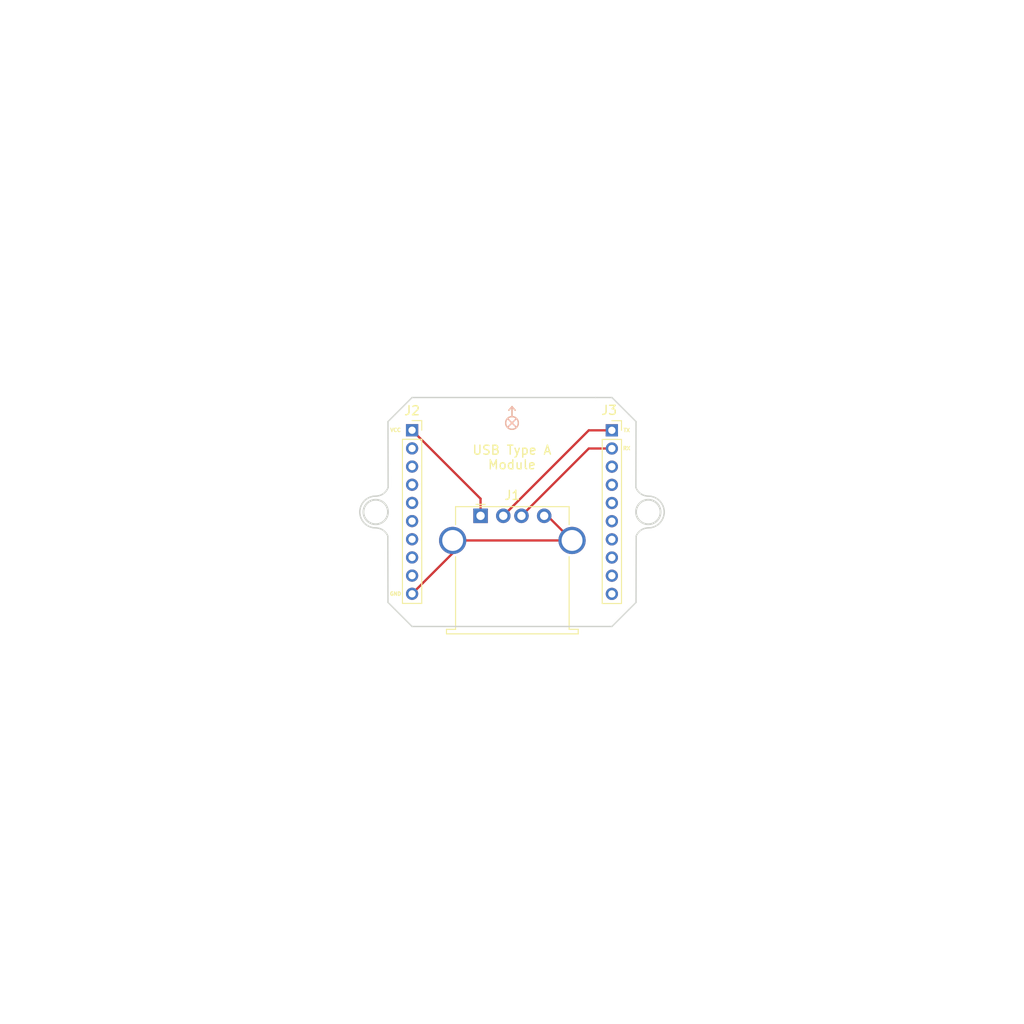
<source format=kicad_pcb>
(kicad_pcb (version 20221018) (generator pcbnew)
  (title_block (title "USB Interface for Bitcraze Crazyflie 2.0") (date "2023-09-22") (company "Jose Ignacio Granados Marín") (comment 1 "Desarrollo de un vehículo aéreo no tripulado modular de bajo costo") (comment 2 "Trabajo Final de Graduación") (comment 3 "Área Académica de Ingeniería en Computadores") (comment 4 "Instituto Tecnológico de Costa Rica"))
  (layers (0 "F.Cu" signal) (31 "B.Cu" signal) (34 "B.Paste" user) (35 "F.Paste" user) (36 "B.SilkS" user "B.Silkscreen") (37 "F.SilkS" user "F.Silkscreen") (38 "B.Mask" user) (39 "F.Mask" user) (44 "Edge.Cuts" user))
  (net 0 "")
  (net 1 "Net-(J1-VBUS)")
  (net 2 "Net-(J1-D-)")
  (net 3 "Net-(J1-D+)")
  (net 4 "Net-(J1-GND)")
  (footprint "Connector_USB:USB_A_Stewart_SS-52100-001_Horizontal" (layer "F.Cu") (at 140.87 97.11)
    (fp_text reference "J1" (at 3.5 -2.26) (layer "F.SilkS"))
    (fp_text value "USB_A" hide)
    (fp_line (start -3.75 12.49) (end -3.75 12.99) (stroke (width 0.12)) (layer "F.SilkS"))
    (fp_line (start -3.75 12.99) (end 10.75 12.99) (stroke (width 0.12)) (layer "F.SilkS"))
    (fp_line (start -2.75 -1.01) (end -2.75 0.99) (stroke (width 0.12)) (layer "F.SilkS"))
    (fp_line (start -2.75 4.49) (end -2.75 12.49) (stroke (width 0.12)) (layer "F.SilkS"))
    (fp_line (start -2.75 12.49) (end -3.75 12.49) (stroke (width 0.12)) (layer "F.SilkS"))
    (fp_line (start -0.5 -1.26) (end 0.5 -1.26) (stroke (width 0.12)) (layer "F.SilkS"))
    (fp_line (start 9.75 -1.01) (end -2.75 -1.01) (stroke (width 0.12)) (layer "F.SilkS"))
    (fp_line (start 9.75 0.99) (end 9.75 -1.01) (stroke (width 0.12)) (layer "F.SilkS"))
    (fp_line (start 9.75 12.49) (end 9.75 4.49) (stroke (width 0.12)) (layer "F.SilkS"))
    (fp_line (start 10.75 12.49) (end 9.75 12.49) (stroke (width 0.12)) (layer "F.SilkS"))
    (fp_line (start 10.75 12.99) (end 10.75 12.49) (stroke (width 0.12)) (layer "F.SilkS"))
    (pad "1" thru_hole rect (at 0 0) (size 1.6 1.6) (drill 0.92) (layers "*.Cu" "*.Mask") (net 1 "Net-(J1-VBUS)"))
    (pad "2" thru_hole circle (at 2.5 0) (size 1.6 1.6) (drill 0.92) (layers "*.Cu" "*.Mask") (net 2 "Net-(J1-D-)"))
    (pad "3" thru_hole circle (at 4.5 0) (size 1.6 1.6) (drill 0.92) (layers "*.Cu" "*.Mask") (net 3 "Net-(J1-D+)"))
    (pad "4" thru_hole circle (at 7 0) (size 1.6 1.6) (drill 0.92) (layers "*.Cu" "*.Mask") (net 4 "Net-(J1-GND)"))
    (pad "5" thru_hole circle (at -3.07 2.71) (size 3 3) (drill 2.3) (layers "*.Cu" "*.Mask") (net 4 "Net-(J1-GND)"))
    (pad "5" thru_hole circle (at 10.07 2.71) (size 3 3) (drill 2.3) (layers "*.Cu" "*.Mask") (net 4 "Net-(J1-GND)"))
  )
  (footprint "Connector_PinSocket_2.00mm:PinSocket_1x10_P2.00mm_Vertical" (layer "F.Cu") (at 133.3336 87.6902)
    (fp_text reference "J2" (at -0.0036 -2.1602) (layer "F.SilkS"))
    (fp_text value "Conn_01x10_Socket" hide)
    (fp_line (start -1.06 1) (end -1.06 19.06) (stroke (width 0.12)) (layer "F.SilkS"))
    (fp_line (start -1.06 1) (end 1.06 1) (stroke (width 0.12)) (layer "F.SilkS"))
    (fp_line (start -1.06 19.06) (end 1.06 19.06) (stroke (width 0.12)) (layer "F.SilkS"))
    (fp_line (start 0 -1.06) (end 1.06 -1.06) (stroke (width 0.12)) (layer "F.SilkS"))
    (fp_line (start 1.06 -1.06) (end 1.06 0) (stroke (width 0.12)) (layer "F.SilkS"))
    (fp_line (start 1.06 1) (end 1.06 19.06) (stroke (width 0.12)) (layer "F.SilkS"))
    (pad "1" thru_hole rect (at 0 0) (size 1.35 1.35) (drill 0.8) (layers "*.Cu" "*.Mask") (net 1 "Net-(J1-VBUS)"))
    (pad "2" thru_hole oval (at 0 2) (size 1.35 1.35) (drill 0.8) (layers "*.Cu" "*.Mask"))
    (pad "3" thru_hole oval (at 0 4) (size 1.35 1.35) (drill 0.8) (layers "*.Cu" "*.Mask"))
    (pad "4" thru_hole oval (at 0 6) (size 1.35 1.35) (drill 0.8) (layers "*.Cu" "*.Mask"))
    (pad "5" thru_hole oval (at 0 8) (size 1.35 1.35) (drill 0.8) (layers "*.Cu" "*.Mask"))
    (pad "6" thru_hole oval (at 0 10) (size 1.35 1.35) (drill 0.8) (layers "*.Cu" "*.Mask"))
    (pad "7" thru_hole oval (at 0 12) (size 1.35 1.35) (drill 0.8) (layers "*.Cu" "*.Mask"))
    (pad "8" thru_hole oval (at 0 14) (size 1.35 1.35) (drill 0.8) (layers "*.Cu" "*.Mask"))
    (pad "9" thru_hole oval (at 0 16) (size 1.35 1.35) (drill 0.8) (layers "*.Cu" "*.Mask"))
    (pad "10" thru_hole oval (at 0 18) (size 1.35 1.35) (drill 0.8) (layers "*.Cu" "*.Mask") (net 4 "Net-(J1-GND)"))
  )
  (footprint "bitcraze:EXP_ORIENTATION" (layer "F.Cu") (at 144.3298 86.8892 90)
    (fp_text reference "EXP_ORIENTATION" hide)
    (fp_text value "VAL**" hide)
    (fp_line (start 0 0) (end -0.475 -0.475) (stroke (width 0.15)) (layer "B.SilkS"))
    (fp_line (start 0 0) (end -0.475 0.475) (stroke (width 0.15)) (layer "B.SilkS"))
    (fp_line (start 0 0) (end 0.475 -0.475) (stroke (width 0.15)) (layer "B.SilkS"))
    (fp_line (start 0 0) (end 0.475 0.475) (stroke (width 0.15)) (layer "B.SilkS"))
    (fp_line (start 0.7 0) (end 1.8 0) (stroke (width 0.15)) (layer "B.SilkS"))
    (fp_line (start 1.8 0) (end 1.4 -0.35) (stroke (width 0.15)) (layer "B.SilkS"))
    (fp_line (start 1.8 0) (end 1.4 0.35) (stroke (width 0.15)) (layer "B.SilkS"))
    (fp_circle (center 0 0) (end 0.7 0.025) (stroke (width 0.15)) (fill none) (layer "B.SilkS"))
    (fp_line (start 0.7 0) (end 1.8 0) (stroke (width 0.15)) (layer "F.SilkS"))
    (fp_line (start 1.8 0) (end 1.4 -0.35) (stroke (width 0.15)) (layer "F.SilkS"))
    (fp_line (start 1.8 0) (end 1.4 0.35) (stroke (width 0.15)) (layer "F.SilkS"))
    (fp_circle (center 0 0) (end 0.075 0.025) (stroke (width 0.15)) (fill none) (layer "F.SilkS"))
    (fp_circle (center 0 0) (end 0.7 0.025) (stroke (width 0.15)) (fill none) (layer "F.SilkS"))
  )
  (footprint "Connector_PinSocket_2.00mm:PinSocket_1x10_P2.00mm_Vertical" (layer "F.Cu") (at 155.321 87.7006)
    (fp_text reference "J3" (at -0.301 -2.2106) (layer "F.SilkS"))
    (fp_text value "Conn_01x10_Socket" hide)
    (fp_line (start -1.06 1) (end -1.06 19.06) (stroke (width 0.12)) (layer "F.SilkS"))
    (fp_line (start -1.06 1) (end 1.06 1) (stroke (width 0.12)) (layer "F.SilkS"))
    (fp_line (start -1.06 19.06) (end 1.06 19.06) (stroke (width 0.12)) (layer "F.SilkS"))
    (fp_line (start 0 -1.06) (end 1.06 -1.06) (stroke (width 0.12)) (layer "F.SilkS"))
    (fp_line (start 1.06 -1.06) (end 1.06 0) (stroke (width 0.12)) (layer "F.SilkS"))
    (fp_line (start 1.06 1) (end 1.06 19.06) (stroke (width 0.12)) (layer "F.SilkS"))
    (pad "1" thru_hole rect (at 0 0) (size 1.35 1.35) (drill 0.8) (layers "*.Cu" "*.Mask") (net 2 "Net-(J1-D-)"))
    (pad "2" thru_hole oval (at 0 2) (size 1.35 1.35) (drill 0.8) (layers "*.Cu" "*.Mask") (net 3 "Net-(J1-D+)"))
    (pad "3" thru_hole oval (at 0 4) (size 1.35 1.35) (drill 0.8) (layers "*.Cu" "*.Mask"))
    (pad "4" thru_hole oval (at 0 6) (size 1.35 1.35) (drill 0.8) (layers "*.Cu" "*.Mask"))
    (pad "5" thru_hole oval (at 0 8) (size 1.35 1.35) (drill 0.8) (layers "*.Cu" "*.Mask"))
    (pad "6" thru_hole oval (at 0 10) (size 1.35 1.35) (drill 0.8) (layers "*.Cu" "*.Mask"))
    (pad "7" thru_hole oval (at 0 12) (size 1.35 1.35) (drill 0.8) (layers "*.Cu" "*.Mask"))
    (pad "8" thru_hole oval (at 0 14) (size 1.35 1.35) (drill 0.8) (layers "*.Cu" "*.Mask"))
    (pad "9" thru_hole oval (at 0 16) (size 1.35 1.35) (drill 0.8) (layers "*.Cu" "*.Mask"))
    (pad "10" thru_hole oval (at 0 18) (size 1.35 1.35) (drill 0.8) (layers "*.Cu" "*.Mask"))
  )
  (gr_line (start 160.827642 97.59417) (end 160.773513 97.678237) (stroke (width 0.15)) (layer "Edge.Cuts"))
  (gr_line (start 127.580483 96.640312) (end 127.580546 96.740299) (stroke (width 0.15)) (layer "Edge.Cuts"))
  (gr_line (start 127.698731 96.055073) (end 127.665178 96.149262) (stroke (width 0.15)) (layer "Edge.Cuts"))
  (gr_line (start 130.612774 94.169924) (end 130.56267 94.256444) (stroke (width 0.15)) (layer "Edge.Cuts"))
  (gr_line (start 160.274399 98.162372) (end 160.188722 98.213915) (stroke (width 0.15)) (layer "Edge.Cuts"))
  (gr_line (start 130.519253 99.065638) (end 130.573168 99.149836) (stroke (width 0.15)) (layer "Edge.Cuts"))
  (gr_line (start 128.55936 98.260481) (end 128.650356 98.301917) (stroke (width 0.15)) (layer "Edge.Cuts"))
  (gr_line (start 127.614903 97.037955) (end 127.63762 97.135327) (stroke (width 0.15)) (layer "Edge.Cuts"))
  (gr_line (start 128.223367 98.045042) (end 128.302608 98.106019) (stroke (width 0.15)) (layer "Edge.Cuts"))
  (gr_line (start 158.429161 94.626809) (end 158.509749 94.685983) (stroke (width 0.15)) (layer "Edge.Cuts"))
  (gr_line (start 160.993739 97.231242) (end 160.960066 97.325388) (stroke (width 0.15)) (layer "Edge.Cuts"))
  (gr_line (start 131.4298 107.3892) (end 133.3298 109.2892) (stroke (width 0.15)) (layer "Edge.Cuts"))
  (gr_line (start 159.158974 94.929133) (end 159.258607 94.937456) (stroke (width 0.15)) (layer "Edge.Cuts"))
  (gr_line (start 159.823025 95.010144) (end 159.918114 95.041053) (stroke (width 0.15)) (layer "Edge.Cuts"))
  (gr_line (start 160.188722 98.213915) (end 160.10024 98.260481) (stroke (width 0.15)) (layer "Edge.Cuts"))
  (gr_line (start 130.306772 94.562238) (end 130.230439 94.626809) (stroke (width 0.15)) (layer "Edge.Cuts"))
  (gr_line (start 160.583631 97.910023) (end 160.511861 97.979639) (stroke (width 0.15)) (layer "Edge.Cuts"))
  (gr_line (start 161.044697 97.037955) (end 161.02198 97.135327) (stroke (width 0.15)) (layer "Edge.Cuts"))
  (gr_line (start 128.300818 95.27368) (end 128.221654 95.334757) (stroke (width 0.15)) (layer "Edge.Cuts"))
  (gr_line (start 129.229854 94.942056) (end 129.130235 94.950616) (stroke (width 0.15)) (layer "Edge.Cuts"))
  (gr_circle (center 159.3298 96.6892) (end 160.6798 96.6892) (stroke (width 0.2)) (fill none) (layer "Edge.Cuts"))
  (gr_line (start 160.513491 95.400256) (end 160.585173 95.469963) (stroke (width 0.15)) (layer "Edge.Cuts"))
  (gr_line (start 160.009244 98.301917) (end 159.91603 98.338089) (stroke (width 0.15)) (layer "Edge.Cuts"))
  (gr_line (start 158.594212 94.739481) (end 158.682151 94.787051) (stroke (width 0.15)) (layer "Edge.Cuts"))
  (gr_line (start 129.400993 94.937456) (end 129.3298 94.9392) (stroke (width 0.15)) (layer "Edge.Cuts"))
  (gr_line (start 160.356992 98.106019) (end 160.274399 98.162372) (stroke (width 0.15)) (layer "Edge.Cuts"))
  (gr_line (start 128.38334 95.217223) (end 128.300818 95.27368) (stroke (width 0.15)) (layer "Edge.Cuts"))
  (gr_line (start 158.046826 94.169924) (end 158.09693 94.256444) (stroke (width 0.15)) (layer "Edge.Cuts"))
  (gr_line (start 130.6798 106.6392) (end 131.4298 107.3892) (stroke (width 0.15)) (layer "Edge.Cuts"))
  (gr_line (start 130.230439 94.626809) (end 130.149851 94.685983) (stroke (width 0.15)) (layer "Edge.Cuts"))
  (gr_line (start 127.886087 97.678237) (end 127.944929 97.759076) (stroke (width 0.15)) (layer "Edge.Cuts"))
  (gr_line (start 130.149851 94.685983) (end 130.065388 94.739481) (stroke (width 0.15)) (layer "Edge.Cuts"))
  (gr_line (start 129.500626 94.929133) (end 129.400993 94.937456) (stroke (width 0.15)) (layer "Edge.Cuts"))
  (gr_line (start 159.724172 98.394185) (end 159.626153 98.413925) (stroke (width 0.15)) (layer "Edge.Cuts"))
  (gr_line (start 129.625456 98.470492) (end 129.722508 98.494512) (stroke (width 0.15)) (layer "Edge.Cuts"))
  (gr_line (start 127.73761 95.962955) (end 127.698731 96.055073) (stroke (width 0.15)) (layer "Edge.Cuts"))
  (gr_line (start 129.977449 94.787051) (end 129.88645 94.828466) (stroke (width 0.15)) (layer "Edge.Cuts"))
  (gr_line (start 130.087389 98.655289) (end 130.170609 98.710702) (stroke (width 0.15)) (layer "Edge.Cuts"))
  (gr_line (start 130.662979 99.328359) (end 130.6798 106.6392) (stroke (width 0.15)) (layer "Edge.Cuts"))
  (gr_line (start 127.781686 95.873208) (end 127.73761 95.962955) (stroke (width 0.15)) (layer "Edge.Cuts"))
  (gr_line (start 130.44525 94.418151) (end 130.378488 94.492576) (stroke (width 0.15)) (layer "Edge.Cuts"))
  (gr_line (start 159.429746 94.942056) (end 159.529365 94.950616) (stroke (width 0.15)) (layer "Edge.Cuts"))
  (gr_line (start 158.140347 99.065638) (end 158.086432 99.149836) (stroke (width 0.15)) (layer "Edge.Cuts"))
  (gr_line (start 160.92199 95.962955) (end 160.960869 96.055073) (stroke (width 0.15)) (layer "Edge.Cuts"))
  (gr_line (start 128.221654 95.334757) (end 128.146109 95.400256) (stroke (width 0.15)) (layer "Edge.Cuts"))
  (gr_line (start 159.232054 98.44277) (end 159.132621 98.453217) (stroke (width 0.15)) (layer "Edge.Cuts"))
  (gr_line (start 128.933274 94.984715) (end 128.836575 95.010144) (stroke (width 0.15)) (layer "Edge.Cuts"))
  (gr_line (start 161.07347 96.540485) (end 161.079117 96.640312) (stroke (width 0.15)) (layer "Edge.Cuts"))
  (gr_line (start 130.378488 94.492576) (end 130.306772 94.562238) (stroke (width 0.15)) (layer "Edge.Cuts"))
  (gr_line (start 160.10024 98.260481) (end 160.009244 98.301917) (stroke (width 0.15)) (layer "Edge.Cuts"))
  (gr_line (start 129.031267 94.964851) (end 128.933274 94.984715) (stroke (width 0.15)) (layer "Edge.Cuts"))
  (gr_line (start 129.722508 98.494512) (end 129.817674 98.525163) (stroke (width 0.15)) (layer "Edge.Cuts"))
  (gr_line (start 158.334978 98.838046) (end 158.264916 98.909372) (stroke (width 0.15)) (layer "Edge.Cuts"))
  (gr_line (start 159.33197 98.439199) (end 159.33197 98.439199) (stroke (width 0.15)) (layer "Edge.Cuts"))
  (gr_line (start 127.580546 96.740299) (end 127.586319 96.840118) (stroke (width 0.15)) (layer "Edge.Cuts"))
  (gr_line (start 128.470878 98.213915) (end 128.55936 98.260481) (stroke (width 0.15)) (layer "Edge.Cuts"))
  (gr_line (start 159.529365 94.950616) (end 159.628333 94.964851) (stroke (width 0.15)) (layer "Edge.Cuts"))
  (gr_line (start 129.599452 94.913985) (end 129.500626 94.929133) (stroke (width 0.15)) (layer "Edge.Cuts"))
  (gr_line (start 130.506741 94.339317) (end 130.44525 94.418151) (stroke (width 0.15)) (layer "Edge.Cuts"))
  (gr_line (start 160.716022 95.621076) (end 160.774762 95.701989) (stroke (width 0.15)) (layer "Edge.Cuts"))
  (gr_circle (center 129.3298 96.6892) (end 130.6798 96.6892) (stroke (width 0.2)) (fill none) (layer "Edge.Cuts"))
  (gr_line (start 160.102226 95.118894) (end 160.190648 95.165572) (stroke (width 0.15)) (layer "Edge.Cuts"))
  (gr_line (start 158.21435 94.418151) (end 158.281112 94.492576) (stroke (width 0.15)) (layer "Edge.Cuts"))
  (gr_line (start 128.008292 97.836422) (end 128.075969 97.910023) (stroke (width 0.15)) (layer "Edge.Cuts"))
  (gr_line (start 157.2298 107.3892) (end 155.3298 109.2892) (stroke (width 0.15)) (layer "Edge.Cuts"))
  (gr_line (start 130.459663 98.985357) (end 130.519253 99.065638) (stroke (width 0.15)) (layer "Edge.Cuts"))
  (gr_line (start 158.682151 94.787051) (end 158.77315 94.828466) (stroke (width 0.15)) (layer "Edge.Cuts"))
  (gr_line (start 128.838698 98.368878) (end 128.935428 98.394185) (stroke (width 0.15)) (layer "Edge.Cuts"))
  (gr_line (start 158.509749 94.685983) (end 158.594212 94.739481) (stroke (width 0.15)) (layer "Edge.Cuts"))
  (gr_line (start 160.652757 95.543649) (end 160.716022 95.621076) (stroke (width 0.15)) (layer "Edge.Cuts"))
  (gr_line (start 127.665861 97.231242) (end 127.699534 97.325388) (stroke (width 0.15)) (layer "Edge.Cuts"))
  (gr_line (start 128.147739 97.979639) (end 128.223367 98.045042) (stroke (width 0.15)) (layer "Edge.Cuts"))
  (gr_line (start 158.77315 94.828466) (end 158.866779 94.863533) (stroke (width 0.15)) (layer "Edge.Cuts"))
  (gr_line (start 160.877914 95.873208) (end 160.92199 95.962955) (stroke (width 0.15)) (layer "Edge.Cuts"))
  (gr_line (start 127.831958 97.59417) (end 127.886087 97.678237) (stroke (width 0.15)) (layer "Edge.Cuts"))
  (gr_line (start 158.199937 98.985357) (end 158.140347 99.065638) (stroke (width 0.15)) (layer "Edge.Cuts"))
  (gr_line (start 158.038447 99.237548) (end 157.996621 99.328359) (stroke (width 0.15)) (layer "Edge.Cuts"))
  (gr_line (start 130.065388 94.739481) (end 129.977449 94.787051) (stroke (width 0.15)) (layer "Edge.Cuts"))
  (gr_line (start 159.258607 94.937456) (end 159.3298 94.9392) (stroke (width 0.15)) (layer "Edge.Cuts"))
  (gr_line (start 158.152859 94.339317) (end 158.21435 94.418151) (stroke (width 0.15)) (layer "Edge.Cuts"))
  (gr_line (start 159.820902 98.368878) (end 159.724172 98.394185) (stroke (width 0.15)) (layer "Edge.Cuts"))
  (gr_line (start 159.132621 98.453217) (end 159.034144 98.470492) (stroke (width 0.15)) (layer "Edge.Cuts"))
  (gr_line (start 127.830815 95.786124) (end 127.781686 95.873208) (stroke (width 0.15)) (layer "Edge.Cuts"))
  (gr_line (start 128.385201 98.162372) (end 128.470878 98.213915) (stroke (width 0.15)) (layer "Edge.Cuts"))
  (gr_line (start 130.621153 99.237548) (end 130.662979 99.328359) (stroke (width 0.15)) (layer "Edge.Cuts"))
  (gr_line (start 128.557374 95.118894) (end 128.468952 95.165572) (stroke (width 0.15)) (layer "Edge.Cuts"))
  (gr_line (start 160.651308 97.836422) (end 160.583631 97.910023) (stroke (width 0.15)) (layer "Edge.Cuts"))
  (gr_line (start 130.394684 98.909372) (end 130.459663 98.985357) (stroke (width 0.15)) (layer "Edge.Cuts"))
  (gr_line (start 158.962596 94.892084) (end 159.060148 94.913985) (stroke (width 0.15)) (layer "Edge.Cuts"))
  (gr_line (start 159.726326 94.984715) (end 159.823025 95.010144) (stroke (width 0.15)) (layer "Edge.Cuts"))
  (gr_line (start 160.773513 97.678237) (end 160.714671 97.759076) (stroke (width 0.15)) (layer "Edge.Cuts"))
  (gr_line (start 128.006843 95.543649) (end 127.943578 95.621076) (stroke (width 0.15)) (layer "Edge.Cuts"))
  (gr_line (start 157.965011 93.987596) (end 158.002783 94.080167) (stroke (width 0.15)) (layer "Edge.Cuts"))
  (gr_line (start 155.3298 84.0892) (end 153.5298 84.0892) (stroke (width 0.15)) (layer "Edge.Cuts"))
  (gr_line (start 157.9798 106.6392) (end 157.2298 107.3892) (stroke (width 0.15)) (layer "Edge.Cuts"))
  (gr_line (start 129.033447 98.413925) (end 129.132433 98.428035) (stroke (width 0.15)) (layer "Edge.Cuts"))
  (gr_line (start 130.573168 99.149836) (end 130.621153 99.237548) (stroke (width 0.15)) (layer "Edge.Cuts"))
  (gr_line (start 127.665178 96.149262) (end 127.637058 96.245212) (stroke (width 0.15)) (layer "Edge.Cuts"))
  (gr_line (start 159.527167 98.428035) (end 159.427537 98.436469) (stroke (width 0.15)) (layer "Edge.Cuts"))
  (gr_line (start 160.828785 95.786124) (end 160.877914 95.873208) (stroke (width 0.15)) (layer "Edge.Cuts"))
  (gr_line (start 130.694589 93.987596) (end 130.656817 94.080167) (stroke (width 0.15)) (layer "Edge.Cuts"))
  (gr_line (start 130.656817 94.080167) (end 130.612774 94.169924) (stroke (width 0.15)) (layer "Edge.Cuts"))
  (gr_line (start 160.511861 97.979639) (end 160.436233 98.045042) (stroke (width 0.15)) (layer "Edge.Cuts"))
  (gr_line (start 130.324622 98.838046) (end 130.394684 98.909372) (stroke (width 0.15)) (layer "Edge.Cuts"))
  (gr_line (start 130.56267 94.256444) (end 130.506741 94.339317) (stroke (width 0.15)) (layer "Edge.Cuts"))
  (gr_line (start 127.597784 96.939445) (end 127.614903 97.037955) (stroke (width 0.15)) (layer "Edge.Cuts"))
  (gr_line (start 161.062131 96.441144) (end 161.07347 96.540485) (stroke (width 0.15)) (layer "Edge.Cuts"))
  (gr_line (start 127.943578 95.621076) (end 127.884838 95.701989) (stroke (width 0.15)) (layer "Edge.Cuts"))
  (gr_line (start 158.09693 94.256444) (end 158.152859 94.339317) (stroke (width 0.15)) (layer "Edge.Cuts"))
  (gr_line (start 129.130235 94.950616) (end 129.031267 94.964851) (stroke (width 0.15)) (layer "Edge.Cuts"))
  (gr_line (start 129.88645 94.828466) (end 129.792821 94.863533) (stroke (width 0.15)) (layer "Edge.Cuts"))
  (gr_line (start 129.817674 98.525163) (end 129.910501 98.562298) (stroke (width 0.15)) (layer "Edge.Cuts"))
  (gr_line (start 161.02198 97.135327) (end 160.993739 97.231242) (stroke (width 0.15)) (layer "Edge.Cuts"))
  (gr_line (start 160.960066 97.325388) (end 160.921071 97.417456) (stroke (width 0.15)) (layer "Edge.Cuts"))
  (gr_line (start 128.302608 98.106019) (end 128.385201 98.162372) (stroke (width 0.15)) (layer "Edge.Cuts"))
  (gr_line (start 161.022542 96.245212) (end 161.045136 96.342613) (stroke (width 0.15)) (layer "Edge.Cuts"))
  (gr_line (start 127.614464 96.342613) (end 127.597469 96.441144) (stroke (width 0.15)) (layer "Edge.Cuts"))
  (gr_line (start 158.749099 98.562298) (end 158.659051 98.605743) (stroke (width 0.15)) (layer "Edge.Cuts"))
  (gr_line (start 158.937092 98.494512) (end 158.841926 98.525163) (stroke (width 0.15)) (layer "Edge.Cuts"))
  (gr_line (start 158.572211 98.655289) (end 158.488991 98.710702) (stroke (width 0.15)) (layer "Edge.Cuts"))
  (gr_line (start 128.836575 95.010144) (end 128.741486 95.041053) (stroke (width 0.15)) (layer "Edge.Cuts"))
  (gr_line (start 161.073281 96.840118) (end 161.061816 96.939445) (stroke (width 0.15)) (layer "Edge.Cuts"))
  (gr_line (start 127.738529 97.417456) (end 127.782718 97.507148) (stroke (width 0.15)) (layer "Edge.Cuts"))
  (gr_line (start 129.526979 98.453217) (end 129.625456 98.470492) (stroke (width 0.15)) (layer "Edge.Cuts"))
  (gr_line (start 127.597469 96.441144) (end 127.58613 96.540485) (stroke (width 0.15)) (layer "Edge.Cuts"))
  (gr_line (start 130.694589 93.987596) (end 130.6798 86.7392) (stroke (width 0.15)) (layer "Edge.Cuts"))
  (gr_line (start 161.061816 96.939445) (end 161.044697 97.037955) (stroke (width 0.15)) (layer "Edge.Cuts"))
  (gr_line (start 159.626153 98.413925) (end 159.527167 98.428035) (stroke (width 0.15)) (layer "Edge.Cuts"))
  (gr_line (start 158.002783 94.080167) (end 158.046826 94.169924) (stroke (width 0.15)) (layer "Edge.Cuts"))
  (gr_line (start 157.996621 99.328359) (end 157.9798 106.6392) (stroke (width 0.15)) (layer "Edge.Cuts"))
  (gr_line (start 133.3298 84.0892) (end 153.5298 84.0892) (stroke (width 0.15)) (layer "Edge.Cuts"))
  (gr_line (start 127.944929 97.759076) (end 128.008292 97.836422) (stroke (width 0.15)) (layer "Edge.Cuts"))
  (gr_line (start 129.3298 94.9392) (end 129.229854 94.942056) (stroke (width 0.15)) (layer "Edge.Cuts"))
  (gr_line (start 127.699534 97.325388) (end 127.738529 97.417456) (stroke (width 0.15)) (layer "Edge.Cuts"))
  (gr_line (start 158.488991 98.710702) (end 158.409788 98.771717) (stroke (width 0.15)) (layer "Edge.Cuts"))
  (gr_line (start 127.637058 96.245212) (end 127.614464 96.342613) (stroke (width 0.15)) (layer "Edge.Cuts"))
  (gr_line (start 157.2298 85.9892) (end 155.3298 84.0892) (stroke (width 0.15)) (layer "Edge.Cuts"))
  (gr_line (start 157.965011 93.987596) (end 157.9798 86.7392) (stroke (width 0.15)) (layer "Edge.Cuts"))
  (gr_line (start 158.659051 98.605743) (end 158.572211 98.655289) (stroke (width 0.15)) (layer "Edge.Cuts"))
  (gr_line (start 160.994422 96.149262) (end 161.022542 96.245212) (stroke (width 0.15)) (layer "Edge.Cuts"))
  (gr_line (start 128.074427 95.469963) (end 128.006843 95.543649) (stroke (width 0.15)) (layer "Edge.Cuts"))
  (gr_line (start 129.132433 98.428035) (end 129.232063 98.436469) (stroke (width 0.15)) (layer "Edge.Cuts"))
  (gr_line (start 159.3298 94.9392) (end 159.429746 94.942056) (stroke (width 0.15)) (layer "Edge.Cuts"))
  (gr_line (start 160.358782 95.27368) (end 160.437946 95.334757) (stroke (width 0.15)) (layer "Edge.Cuts"))
  (gr_line (start 127.58613 96.540485) (end 127.580483 96.640312) (stroke (width 0.15)) (layer "Edge.Cuts"))
  (gr_line (start 128.146109 95.400256) (end 128.074427 95.469963) (stroke (width 0.15)) (layer "Edge.Cuts"))
  (gr_line (start 127.782718 97.507148) (end 127.831958 97.59417) (stroke (width 0.15)) (layer "Edge.Cuts"))
  (gr_line (start 130.6798 86.7392) (end 131.4298 85.9892) (stroke (width 0.15)) (layer "Edge.Cuts"))
  (gr_line (start 160.714671 97.759076) (end 160.651308 97.836422) (stroke (width 0.15)) (layer "Edge.Cuts"))
  (gr_line (start 128.650356 98.301917) (end 128.74357 98.338089) (stroke (width 0.15)) (layer "Edge.Cuts"))
  (gr_line (start 159.427537 98.436469) (end 159.33197 98.439199) (stroke (width 0.15)) (layer "Edge.Cuts"))
  (gr_line (start 160.774762 95.701989) (end 160.828785 95.786124) (stroke (width 0.15)) (layer "Edge.Cuts"))
  (gr_line (start 128.935428 98.394185) (end 129.033447 98.413925) (stroke (width 0.15)) (layer "Edge.Cuts"))
  (gr_line (start 158.866779 94.863533) (end 158.962596 94.892084) (stroke (width 0.15)) (layer "Edge.Cuts"))
  (gr_line (start 159.918114 95.041053) (end 160.011282 95.077343) (stroke (width 0.15)) (layer "Edge.Cuts"))
  (gr_line (start 155.3298 109.2892) (end 133.3298 109.2892) (stroke (width 0.15)) (layer "Edge.Cuts"))
  (gr_line (start 161.079117 96.640312) (end 161.079054 96.740299) (stroke (width 0.15)) (layer "Edge.Cuts"))
  (gr_line (start 129.792821 94.863533) (end 129.697004 94.892084) (stroke (width 0.15)) (layer "Edge.Cuts"))
  (gr_line (start 158.841926 98.525163) (end 158.749099 98.562298) (stroke (width 0.15)) (layer "Edge.Cuts"))
  (gr_line (start 160.011282 95.077343) (end 160.102226 95.118894) (stroke (width 0.15)) (layer "Edge.Cuts"))
  (gr_line (start 128.075969 97.910023) (end 128.147739 97.979639) (stroke (width 0.15)) (layer "Edge.Cuts"))
  (gr_line (start 129.32763 98.439199) (end 129.427546 98.44277) (stroke (width 0.15)) (layer "Edge.Cuts"))
  (gr_line (start 160.27626 95.217223) (end 160.358782 95.27368) (stroke (width 0.15)) (layer "Edge.Cuts"))
  (gr_line (start 159.628333 94.964851) (end 159.726326 94.984715) (stroke (width 0.15)) (layer "Edge.Cuts"))
  (gr_line (start 131.4298 85.9892) (end 133.3298 84.0892) (stroke (width 0.15)) (layer "Edge.Cuts"))
  (gr_line (start 159.33197 98.439199) (end 159.232054 98.44277) (stroke (width 0.15)) (layer "Edge.Cuts"))
  (gr_line (start 127.884838 95.701989) (end 127.830815 95.786124) (stroke (width 0.15)) (layer "Edge.Cuts"))
  (gr_line (start 160.585173 95.469963) (end 160.652757 95.543649) (stroke (width 0.15)) (layer "Edge.Cuts"))
  (gr_line (start 129.697004 94.892084) (end 129.599452 94.913985) (stroke (width 0.15)) (layer "Edge.Cuts"))
  (gr_line (start 160.437946 95.334757) (end 160.513491 95.400256) (stroke (width 0.15)) (layer "Edge.Cuts"))
  (gr_line (start 128.468952 95.165572) (end 128.38334 95.217223) (stroke (width 0.15)) (layer "Edge.Cuts"))
  (gr_line (start 160.876882 97.507148) (end 160.827642 97.59417) (stroke (width 0.15)) (layer "Edge.Cuts"))
  (gr_line (start 160.190648 95.165572) (end 160.27626 95.217223) (stroke (width 0.15)) (layer "Edge.Cuts"))
  (gr_line (start 158.352828 94.562238) (end 158.429161 94.626809) (stroke (width 0.15)) (layer "Edge.Cuts"))
  (gr_line (start 127.63762 97.135327) (end 127.665861 97.231242) (stroke (width 0.15)) (layer "Edge.Cuts"))
  (gr_line (start 129.427546 98.44277) (end 129.526979 98.453217) (stroke (width 0.15)) (layer "Edge.Cuts"))
  (gr_line (start 159.91603 98.338089) (end 159.820902 98.368878) (stroke (width 0.15)) (layer "Edge.Cuts"))
  (gr_line (start 158.264916 98.909372) (end 158.199937 98.985357) (stroke (width 0.15)) (layer "Edge.Cuts"))
  (gr_line (start 158.281112 94.492576) (end 158.352828 94.562238) (stroke (width 0.15)) (layer "Edge.Cuts"))
  (gr_line (start 130.170609 98.710702) (end 130.249812 98.771717) (stroke (width 0.15)) (layer "Edge.Cuts"))
  (gr_line (start 158.086432 99.149836) (end 158.038447 99.237548) (stroke (width 0.15)) (layer "Edge.Cuts"))
  (gr_line (start 127.586319 96.840118) (end 127.597784 96.939445) (stroke (width 0.15)) (layer "Edge.Cuts"))
  (gr_line (start 128.741486 95.041053) (end 128.648318 95.077343) (stroke (width 0.15)) (layer "Edge.Cuts"))
  (gr_line (start 160.436233 98.045042) (end 160.356992 98.106019) (stroke (width 0.15)) (layer "Edge.Cuts"))
  (gr_line (start 129.910501 98.562298) (end 130.000549 98.605743) (stroke (width 0.15)) (layer "Edge.Cuts"))
  (gr_line (start 161.045136 96.342613) (end 161.062131 96.441144) (stroke (width 0.15)) (layer "Edge.Cuts"))
  (gr_line (start 130.000549 98.605743) (end 130.087389 98.655289) (stroke (width 0.15)) (layer "Edge.Cuts"))
  (gr_line (start 129.232063 98.436469) (end 129.32763 98.439199) (stroke (width 0.15)) (layer "Edge.Cuts"))
  (gr_line (start 159.060148 94.913985) (end 159.158974 94.929133) (stroke (width 0.15)) (layer "Edge.Cuts"))
  (gr_line (start 159.034144 98.470492) (end 158.937092 98.494512) (stroke (width 0.15)) (layer "Edge.Cuts"))
  (gr_line (start 130.249812 98.771717) (end 130.324622 98.838046) (stroke (width 0.15)) (layer "Edge.Cuts"))
  (gr_line (start 157.9798 86.7392) (end 157.2298 85.9892) (stroke (width 0.15)) (layer "Edge.Cuts"))
  (gr_line (start 161.079054 96.740299) (end 161.073281 96.840118) (stroke (width 0.15)) (layer "Edge.Cuts"))
  (gr_line (start 128.74357 98.338089) (end 128.838698 98.368878) (stroke (width 0.15)) (layer "Edge.Cuts"))
  (gr_line (start 160.921071 97.417456) (end 160.876882 97.507148) (stroke (width 0.15)) (layer "Edge.Cuts"))
  (gr_line (start 158.409788 98.771717) (end 158.334978 98.838046) (stroke (width 0.15)) (layer "Edge.Cuts"))
  (gr_line (start 128.648318 95.077343) (end 128.557374 95.118894) (stroke (width 0.15)) (layer "Edge.Cuts"))
  (gr_line (start 160.960869 96.055073) (end 160.994422 96.149262) (stroke (width 0.15)) (layer "Edge.Cuts"))
  (gr_text "GND" (at 131.51 105.69) (layer "F.SilkS") (effects (font (size 0.4 0.4) (thickness 0.1) bold)))
  (gr_text "USB Type A\nModule" (at 144.3228 90.678) (layer "F.SilkS") (effects (font (size 1 1))))
  (gr_text "VCC" (at 131.51 87.67) (layer "F.SilkS") (effects (font (size 0.4 0.4) (thickness 0.1) bold)))
  (gr_text "TX" (at 156.95 87.69) (layer "F.SilkS") (effects (font (size 0.4 0.4) (thickness 0.1) bold)))
  (gr_text "RX" (at 156.95 89.68) (layer "F.SilkS") (effects (font (size 0.4 0.4) (thickness 0.1) bold)))
  (segment (start 140.87 95.2266) (end 140.87 97.11) (width 0.25) (layer "F.Cu") (net 1))
  (segment (start 133.3336 87.6902) (end 133.7248 87.6902) (width 0.25) (layer "F.Cu") (net 1))
  (segment (start 133.3336 87.6902) (end 140.87 95.2266) (width 0.25) (layer "F.Cu") (net 1))
  (segment (start 152.7794 87.7006) (end 155.321 87.7006) (width 0.25) (layer "F.Cu") (net 2))
  (segment (start 143.37 97.11) (end 152.7794 87.7006) (width 0.25) (layer "F.Cu") (net 2))
  (segment (start 152.7794 89.7006) (end 155.321 89.7006) (width 0.25) (layer "F.Cu") (net 3))
  (segment (start 145.37 97.11) (end 152.7794 89.7006) (width 0.25) (layer "F.Cu") (net 3))
  (segment (start 137.8 99.82) (end 150.94 99.82) (width 0.25) (layer "F.Cu") (net 4))
  (segment (start 150.94 99.82) (end 148.23 97.11) (width 0.25) (layer "F.Cu") (net 4))
  (segment (start 137.8 101.2238) (end 137.8 99.82) (width 0.25) (layer "F.Cu") (net 4))
  (segment (start 148.23 97.11) (end 147.87 97.11) (width 0.25) (layer "F.Cu") (net 4))
  (segment (start 133.3336 105.6902) (end 137.8 101.2238) (width 0.25) (layer "F.Cu") (net 4))
)
</source>
